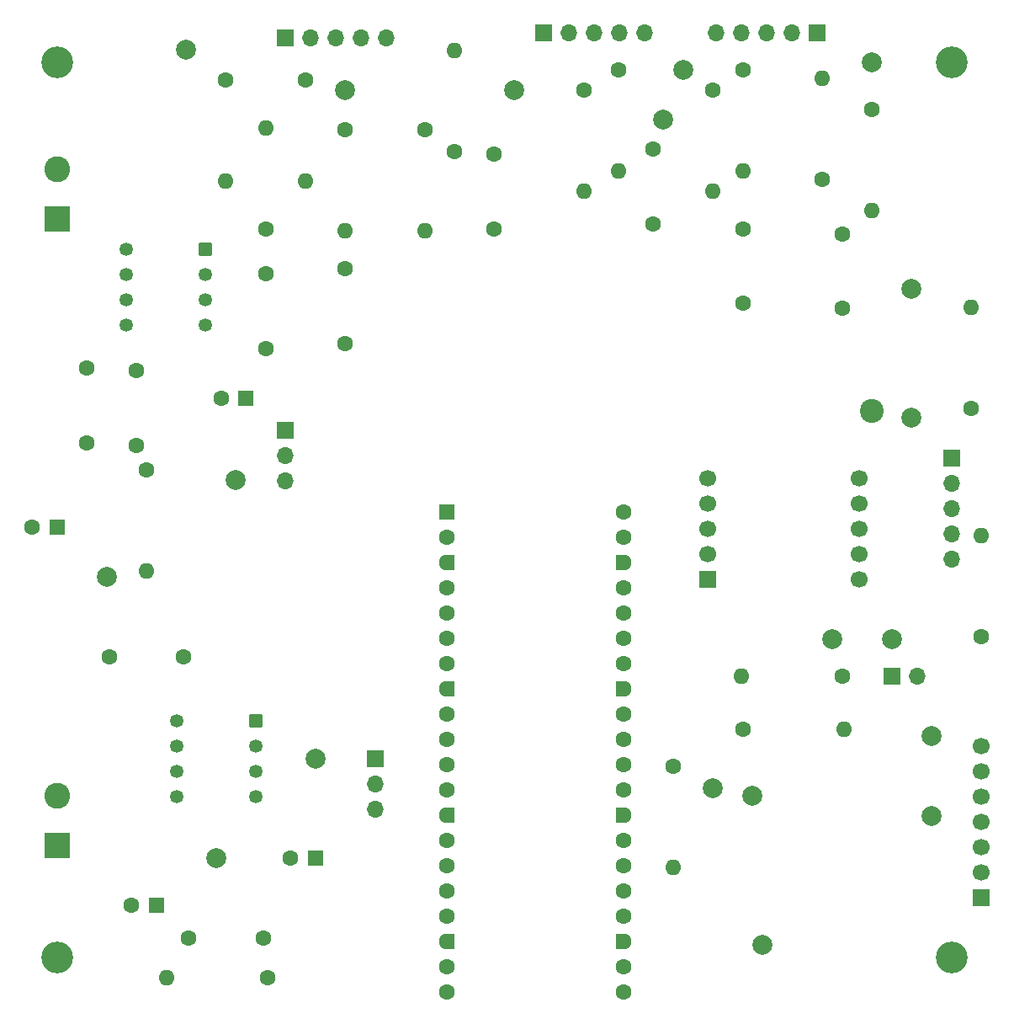
<source format=gbr>
%TF.GenerationSoftware,KiCad,Pcbnew,9.0.3*%
%TF.CreationDate,2025-07-08T18:12:23-07:00*%
%TF.ProjectId,pcb_schematics,7063625f-7363-4686-956d-61746963732e,rev?*%
%TF.SameCoordinates,Original*%
%TF.FileFunction,Soldermask,Top*%
%TF.FilePolarity,Negative*%
%FSLAX46Y46*%
G04 Gerber Fmt 4.6, Leading zero omitted, Abs format (unit mm)*
G04 Created by KiCad (PCBNEW 9.0.3) date 2025-07-08 18:12:23*
%MOMM*%
%LPD*%
G01*
G04 APERTURE LIST*
G04 Aperture macros list*
%AMRoundRect*
0 Rectangle with rounded corners*
0 $1 Rounding radius*
0 $2 $3 $4 $5 $6 $7 $8 $9 X,Y pos of 4 corners*
0 Add a 4 corners polygon primitive as box body*
4,1,4,$2,$3,$4,$5,$6,$7,$8,$9,$2,$3,0*
0 Add four circle primitives for the rounded corners*
1,1,$1+$1,$2,$3*
1,1,$1+$1,$4,$5*
1,1,$1+$1,$6,$7*
1,1,$1+$1,$8,$9*
0 Add four rect primitives between the rounded corners*
20,1,$1+$1,$2,$3,$4,$5,0*
20,1,$1+$1,$4,$5,$6,$7,0*
20,1,$1+$1,$6,$7,$8,$9,0*
20,1,$1+$1,$8,$9,$2,$3,0*%
%AMFreePoly0*
4,1,37,0.603843,0.796157,0.639018,0.796157,0.711114,0.766294,0.766294,0.711114,0.796157,0.639018,0.796157,0.603843,0.800000,0.600000,0.800000,-0.600000,0.796157,-0.603843,0.796157,-0.639018,0.766294,-0.711114,0.711114,-0.766294,0.639018,-0.796157,0.603843,-0.796157,0.600000,-0.800000,0.000000,-0.800000,0.000000,-0.796148,-0.078414,-0.796148,-0.232228,-0.765552,-0.377117,-0.705537,
-0.507515,-0.618408,-0.618408,-0.507515,-0.705537,-0.377117,-0.765552,-0.232228,-0.796148,-0.078414,-0.796148,0.078414,-0.765552,0.232228,-0.705537,0.377117,-0.618408,0.507515,-0.507515,0.618408,-0.377117,0.705537,-0.232228,0.765552,-0.078414,0.796148,0.000000,0.796148,0.000000,0.800000,0.600000,0.800000,0.603843,0.796157,0.603843,0.796157,$1*%
%AMFreePoly1*
4,1,37,0.000000,0.796148,0.078414,0.796148,0.232228,0.765552,0.377117,0.705537,0.507515,0.618408,0.618408,0.507515,0.705537,0.377117,0.765552,0.232228,0.796148,0.078414,0.796148,-0.078414,0.765552,-0.232228,0.705537,-0.377117,0.618408,-0.507515,0.507515,-0.618408,0.377117,-0.705537,0.232228,-0.765552,0.078414,-0.796148,0.000000,-0.796148,0.000000,-0.800000,-0.600000,-0.800000,
-0.603843,-0.796157,-0.639018,-0.796157,-0.711114,-0.766294,-0.766294,-0.711114,-0.796157,-0.639018,-0.796157,-0.603843,-0.800000,-0.600000,-0.800000,0.600000,-0.796157,0.603843,-0.796157,0.639018,-0.766294,0.711114,-0.711114,0.766294,-0.639018,0.796157,-0.603843,0.796157,-0.600000,0.800000,0.000000,0.800000,0.000000,0.796148,0.000000,0.796148,$1*%
G04 Aperture macros list end*
%ADD10C,1.600000*%
%ADD11O,1.600000X1.600000*%
%ADD12C,2.000000*%
%ADD13R,1.700000X1.700000*%
%ADD14O,1.700000X1.700000*%
%ADD15C,3.200000*%
%ADD16C,2.400000*%
%ADD17RoundRect,0.200000X-0.600000X-0.600000X0.600000X-0.600000X0.600000X0.600000X-0.600000X0.600000X0*%
%ADD18FreePoly0,0.000000*%
%ADD19FreePoly1,0.000000*%
%ADD20C,1.700000*%
%ADD21R,1.600000X1.600000*%
%ADD22RoundRect,0.102000X0.570000X0.570000X-0.570000X0.570000X-0.570000X-0.570000X0.570000X-0.570000X0*%
%ADD23C,1.344000*%
%ADD24R,2.600000X2.600000*%
%ADD25C,2.600000*%
G04 APERTURE END LIST*
D10*
%TO.C,C11*%
X121000000Y-77000000D03*
X121000000Y-69500000D03*
%TD*%
%TO.C,C10*%
X144000000Y-65000000D03*
X144000000Y-57500000D03*
%TD*%
%TO.C,C1*%
X169000000Y-65000000D03*
X169000000Y-72500000D03*
%TD*%
%TO.C,R_Pullup7*%
X166000000Y-51000000D03*
D11*
X166000000Y-61160000D03*
%TD*%
D10*
%TO.C,R6*%
X140000000Y-57260000D03*
D11*
X140000000Y-47100000D03*
%TD*%
D12*
%TO.C,TP2*%
X170000000Y-122000000D03*
%TD*%
%TO.C,TP18*%
X161000000Y-54000000D03*
%TD*%
D10*
%TO.C,C14*%
X179000000Y-73000000D03*
X179000000Y-65500000D03*
%TD*%
%TO.C,R_Pullup5*%
X117000000Y-50000000D03*
D11*
X117000000Y-60160000D03*
%TD*%
D13*
%TO.C,J5*%
X123000000Y-45760000D03*
D14*
X125540000Y-45760000D03*
X128080000Y-45760000D03*
X130620000Y-45760000D03*
X133160000Y-45760000D03*
%TD*%
D10*
%TO.C,R8*%
X121000000Y-65000000D03*
D11*
X121000000Y-54840000D03*
%TD*%
D15*
%TO.C,H3*%
X190000000Y-138250000D03*
%TD*%
D10*
%TO.C,R_Pullup3*%
X162000000Y-119000000D03*
D11*
X162000000Y-129160000D03*
%TD*%
D12*
%TO.C,TP19*%
X146000000Y-51000000D03*
%TD*%
%TO.C,TP14*%
X182000000Y-48260000D03*
%TD*%
%TO.C,TP16*%
X129000000Y-51000000D03*
%TD*%
D10*
%TO.C,R5*%
X156525236Y-49000000D03*
D11*
X156525236Y-59160000D03*
%TD*%
D12*
%TO.C,TP3*%
X188000000Y-124000000D03*
%TD*%
D10*
%TO.C,R3*%
X193000000Y-106000000D03*
D11*
X193000000Y-95840000D03*
%TD*%
D16*
%TO.C,J2*%
X182000000Y-83260000D03*
%TD*%
D13*
%TO.C,J3*%
X176500000Y-45260000D03*
D14*
X173960000Y-45260000D03*
X171420000Y-45260000D03*
X168880000Y-45260000D03*
X166340000Y-45260000D03*
%TD*%
D10*
%TO.C,C13*%
X105250000Y-108000000D03*
X112750000Y-108000000D03*
%TD*%
D17*
%TO.C,U1*%
X139220000Y-93420000D03*
D10*
X139220000Y-95960000D03*
D18*
X139220000Y-98500000D03*
D10*
X139220000Y-101040000D03*
X139220000Y-103580000D03*
X139220000Y-106120000D03*
X139220000Y-108660000D03*
D18*
X139220000Y-111200000D03*
D10*
X139220000Y-113740000D03*
X139220000Y-116280000D03*
X139220000Y-118820000D03*
X139220000Y-121360000D03*
D18*
X139220000Y-123900000D03*
D10*
X139220000Y-126440000D03*
X139220000Y-128980000D03*
X139220000Y-131520000D03*
X139220000Y-134060000D03*
D18*
X139220000Y-136600000D03*
D10*
X139220000Y-139140000D03*
X139220000Y-141680000D03*
X157000000Y-141680000D03*
X157000000Y-139140000D03*
D19*
X157000000Y-136600000D03*
D10*
X157000000Y-134060000D03*
X157000000Y-131520000D03*
X157000000Y-128980000D03*
X157000000Y-126440000D03*
D19*
X157000000Y-123900000D03*
D10*
X157000000Y-121360000D03*
X157000000Y-118820000D03*
X157000000Y-116280000D03*
X157000000Y-113740000D03*
D19*
X157000000Y-111200000D03*
D10*
X157000000Y-108660000D03*
X157000000Y-106120000D03*
X157000000Y-103580000D03*
X157000000Y-101040000D03*
D19*
X157000000Y-98500000D03*
D10*
X157000000Y-95960000D03*
X157000000Y-93420000D03*
%TD*%
%TO.C,R_Pullup6*%
X182000000Y-53000000D03*
D11*
X182000000Y-63160000D03*
%TD*%
D13*
%TO.C,DISP1*%
X193000000Y-132240000D03*
D20*
X193000000Y-129700000D03*
X193000000Y-127160000D03*
X193000000Y-124620000D03*
X193000000Y-122080000D03*
X193000000Y-119540000D03*
X193000000Y-117000000D03*
%TD*%
D15*
%TO.C,H1*%
X100000000Y-48250000D03*
%TD*%
D10*
%TO.C,C9*%
X160000000Y-57000000D03*
X160000000Y-64500000D03*
%TD*%
D13*
%TO.C,J4*%
X149000000Y-45260000D03*
D14*
X151540000Y-45260000D03*
X154080000Y-45260000D03*
X156620000Y-45260000D03*
X159160000Y-45260000D03*
%TD*%
D12*
%TO.C,TP15*%
X163000000Y-49000000D03*
%TD*%
%TO.C,TP17*%
X113000000Y-47000000D03*
%TD*%
D10*
%TO.C,R_Pullup4*%
X125000000Y-50000000D03*
D11*
X125000000Y-60160000D03*
%TD*%
D13*
%TO.C,SW1*%
X184000000Y-110000000D03*
D14*
X186540000Y-110000000D03*
%TD*%
D15*
%TO.C,H2*%
X190000000Y-48250000D03*
%TD*%
D10*
%TO.C,R9*%
X169000000Y-49000000D03*
D11*
X169000000Y-59160000D03*
%TD*%
D10*
%TO.C,C2*%
X129000000Y-69000000D03*
X129000000Y-76500000D03*
%TD*%
D15*
%TO.C,H4*%
X100000000Y-138250000D03*
%TD*%
D10*
%TO.C,R_Pullup1*%
X153000000Y-51000000D03*
D11*
X153000000Y-61160000D03*
%TD*%
D10*
%TO.C,R10*%
X177000000Y-60000000D03*
D11*
X177000000Y-49840000D03*
%TD*%
D10*
%TO.C,R_Pullup2*%
X137000000Y-55000000D03*
D11*
X137000000Y-65160000D03*
%TD*%
D12*
%TO.C,TP1*%
X171000000Y-137000000D03*
%TD*%
D10*
%TO.C,R4*%
X192000000Y-83080000D03*
D11*
X192000000Y-72920000D03*
%TD*%
D10*
%TO.C,R7*%
X129000000Y-55000000D03*
D11*
X129000000Y-65160000D03*
%TD*%
D10*
%TO.C,R2*%
X121160000Y-140260000D03*
D11*
X111000000Y-140260000D03*
%TD*%
D13*
%TO.C,RV2*%
X123000000Y-85260000D03*
D14*
X123000000Y-87800000D03*
X123000000Y-90340000D03*
%TD*%
D12*
%TO.C,TP12*%
X186000000Y-71000000D03*
%TD*%
D21*
%TO.C,C6*%
X110000000Y-133000000D03*
D10*
X107500000Y-133000000D03*
%TD*%
D12*
%TO.C,TP4*%
X166000000Y-121260000D03*
%TD*%
D13*
%TO.C,U2*%
X165510000Y-100260000D03*
D20*
X165510000Y-97720000D03*
X165510000Y-95180000D03*
X165510000Y-92640000D03*
X165510000Y-90100000D03*
X180750000Y-90100000D03*
X180750000Y-92640000D03*
X180750000Y-95180000D03*
X180750000Y-97720000D03*
X180750000Y-100260000D03*
%TD*%
D22*
%TO.C,U3*%
X119970000Y-114450000D03*
D23*
X119970000Y-116990000D03*
X119970000Y-119530000D03*
X119970000Y-122070000D03*
X112030000Y-122070000D03*
X112030000Y-119530000D03*
X112030000Y-116990000D03*
X112030000Y-114450000D03*
%TD*%
D12*
%TO.C,TP5*%
X178000000Y-106260000D03*
%TD*%
D21*
%TO.C,C3*%
X100000000Y-95000000D03*
D10*
X97500000Y-95000000D03*
%TD*%
D12*
%TO.C,TP13*%
X188000000Y-116000000D03*
%TD*%
D10*
%TO.C,C12*%
X103000000Y-86500000D03*
X103000000Y-79000000D03*
%TD*%
D12*
%TO.C,TP6*%
X118000000Y-90260000D03*
%TD*%
%TO.C,TP9*%
X105000000Y-100000000D03*
%TD*%
D10*
%TO.C,C4*%
X108000000Y-79260000D03*
X108000000Y-86760000D03*
%TD*%
D22*
%TO.C,U4*%
X114940000Y-67000000D03*
D23*
X114940000Y-69540000D03*
X114940000Y-72080000D03*
X114940000Y-74620000D03*
X107000000Y-74620000D03*
X107000000Y-72080000D03*
X107000000Y-69540000D03*
X107000000Y-67000000D03*
%TD*%
D12*
%TO.C,TP7*%
X126000000Y-118260000D03*
%TD*%
D10*
%TO.C,C5*%
X113250000Y-136260000D03*
X120750000Y-136260000D03*
%TD*%
D12*
%TO.C,TP10*%
X184000000Y-106260000D03*
%TD*%
D21*
%TO.C,C16*%
X119000000Y-82000000D03*
D10*
X116500000Y-82000000D03*
%TD*%
%TO.C,R1*%
X109000000Y-89260000D03*
D11*
X109000000Y-99420000D03*
%TD*%
D13*
%TO.C,J1*%
X190000000Y-88000000D03*
D14*
X190000000Y-90540000D03*
X190000000Y-93080000D03*
X190000000Y-95620000D03*
X190000000Y-98160000D03*
%TD*%
D12*
%TO.C,TP8*%
X116000000Y-128260000D03*
%TD*%
D24*
%TO.C,LS1*%
X100000000Y-127000000D03*
D25*
X100000000Y-122000000D03*
%TD*%
D21*
%TO.C,C15*%
X126000000Y-128260000D03*
D10*
X123500000Y-128260000D03*
%TD*%
%TO.C,Rpullup1*%
X179000000Y-110000000D03*
D11*
X168840000Y-110000000D03*
%TD*%
D13*
%TO.C,RV1*%
X132000000Y-118260000D03*
D14*
X132000000Y-120800000D03*
X132000000Y-123340000D03*
%TD*%
D10*
%TO.C,Rpullup2*%
X169000000Y-115260000D03*
D11*
X179160000Y-115260000D03*
%TD*%
D24*
%TO.C,LS2*%
X100000000Y-64000000D03*
D25*
X100000000Y-59000000D03*
%TD*%
D12*
%TO.C,TP11*%
X186000000Y-84000000D03*
%TD*%
M02*

</source>
